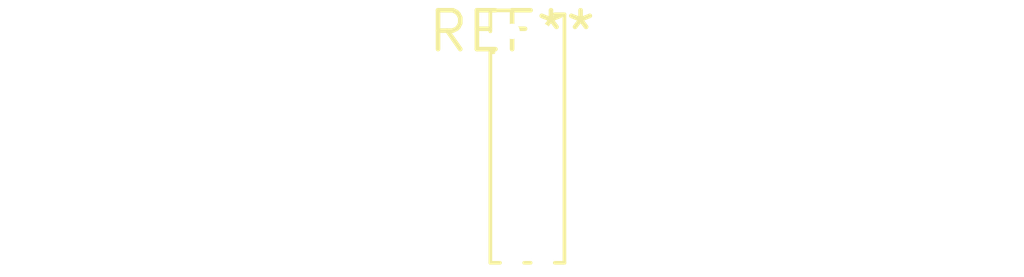
<source format=kicad_pcb>
(kicad_pcb (version 20240108) (generator pcbnew)
  (layers (0 "F.Cu" signal) (31 "B.Cu" signal) (34 "B.Paste" user) (35 "F.Paste" user) (36 "B.SilkS" user "B.Silkscreen") (37 "F.SilkS" user "F.Silkscreen") (38 "B.Mask" user) (39 "F.Mask" user) (44 "Edge.Cuts" user))
  (net 0 "")
  (footprint "PinHeader_2x08_P1.00mm_Vertical" (layer "F.Cu") (at 0 0)
    (property "Reference" "REF**")
    (property "Value" "PinHeader_2x08_P1.00mm_Vertical")
    (fp_line (start -0.71 -0.685) (end 0 -0.685) (layer "F.SilkS") (stroke (width 0.12)))
    (fp_line (start -0.71 0) (end -0.71 -0.685) (layer "F.SilkS") (stroke (width 0.12)))
    (fp_line (start -0.71 0.685) (end -0.71 7.56) (layer "F.SilkS") (stroke (width 0.12)))
    (fp_line (start -0.71 0.685) (end -0.608276 0.685) (layer "F.SilkS") (stroke (width 0.12)))
    (fp_line (start -0.71 7.56) (end -0.394493 7.56) (layer "F.SilkS") (stroke (width 0.12)))
    (fp_line (start 0.394493 7.56) (end 0.605507 7.56) (layer "F.SilkS") (stroke (width 0.12)))
    (fp_line (start 1.394493 -0.56) (end 1.71 -0.56) (layer "F.SilkS") (stroke (width 0.12)))
    (fp_line (start 1.394493 7.56) (end 1.71 7.56) (layer "F.SilkS") (stroke (width 0.12)))
    (fp_line (start 1.71 -0.56) (end 1.71 7.56) (layer "F.SilkS") (stroke (width 0.12)))
    (pad "1" thru_hole rect (at 0 0) (size 0.85 0.85) (drill 0.5) (layers *.Cu *.Mask) (remove_unused_layers))
    (pad "2" thru_hole oval (at 1 0) (size 0.85 0.85) (drill 0.5) (layers *.Cu *.Mask) (remove_unused_layers))
    (pad "3" thru_hole oval (at 0 1) (size 0.85 0.85) (drill 0.5) (layers *.Cu *.Mask) (remove_unused_layers))
    (pad "4" thru_hole oval (at 1 1) (size 0.85 0.85) (drill 0.5) (layers *.Cu *.Mask) (remove_unused_layers))
    (pad "5" thru_hole oval (at 0 2) (size 0.85 0.85) (drill 0.5) (layers *.Cu *.Mask) (remove_unused_layers))
    (pad "6" thru_hole oval (at 1 2) (size 0.85 0.85) (drill 0.5) (layers *.Cu *.Mask) (remove_unused_layers))
    (pad "7" thru_hole oval (at 0 3) (size 0.85 0.85) (drill 0.5) (layers *.Cu *.Mask) (remove_unused_layers))
    (pad "8" thru_hole oval (at 1 3) (size 0.85 0.85) (drill 0.5) (layers *.Cu *.Mask) (remove_unused_layers))
    (pad "9" thru_hole oval (at 0 4) (size 0.85 0.85) (drill 0.5) (layers *.Cu *.Mask) (remove_unused_layers))
    (pad "10" thru_hole oval (at 1 4) (size 0.85 0.85) (drill 0.5) (layers *.Cu *.Mask) (remove_unused_layers))
    (pad "11" thru_hole oval (at 0 5) (size 0.85 0.85) (drill 0.5) (layers *.Cu *.Mask) (remove_unused_layers))
    (pad "12" thru_hole oval (at 1 5) (size 0.85 0.85) (drill 0.5) (layers *.Cu *.Mask) (remove_unused_layers))
    (pad "13" thru_hole oval (at 0 6) (size 0.85 0.85) (drill 0.5) (layers *.Cu *.Mask) (remove_unused_layers))
    (pad "14" thru_hole oval (at 1 6) (size 0.85 0.85) (drill 0.5) (layers *.Cu *.Mask) (remove_unused_layers))
    (pad "15" thru_hole oval (at 0 7) (size 0.85 0.85) (drill 0.5) (layers *.Cu *.Mask) (remove_unused_layers))
    (pad "16" thru_hole oval (at 1 7) (size 0.85 0.85) (drill 0.5) (layers *.Cu *.Mask) (remove_unused_layers))
  )
)
</source>
